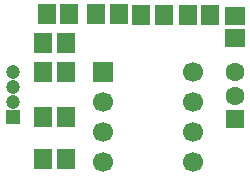
<source format=gbr>
G04 DipTrace 3.1.0.0*
G04 TopMask.gbr*
%MOMM*%
G04 #@! TF.FileFunction,Soldermask,Top*
G04 #@! TF.Part,Single*
%ADD26C,1.7*%
%ADD28R,1.7X1.7*%
%ADD30C,1.2*%
%ADD32R,1.2X1.2*%
%ADD34R,1.7X1.5*%
%ADD36C,1.6*%
%ADD37R,1.6X1.6*%
%ADD38R,1.5X1.7*%
%FSLAX35Y35*%
G04*
G71*
G90*
G75*
G01*
G04 TopMask*
%LPD*%
D38*
X1762393Y2320987D3*
X1572393D3*
D37*
X3194563Y1675943D3*
D36*
Y1875943D3*
Y2075943D3*
D38*
X1571500Y2079500D3*
X1761500D3*
X1571500Y1698500D3*
X1761500D3*
X1761743Y1343003D3*
X1571743D3*
X2021560Y2565767D3*
X2211560D3*
X1795013Y2569447D3*
X1605013D3*
D34*
X3193667Y2363857D3*
Y2553857D3*
D38*
X2984597Y2561517D3*
X2794597D3*
X2403553Y2560947D3*
X2593553D3*
D32*
X1317500Y1698500D3*
D30*
Y1825500D3*
Y1952500D3*
Y2079500D3*
D28*
X2079500D3*
D26*
Y1825500D3*
Y1571500D3*
Y1317500D3*
X2841500D3*
Y1571500D3*
Y1825500D3*
Y2079500D3*
M02*

</source>
